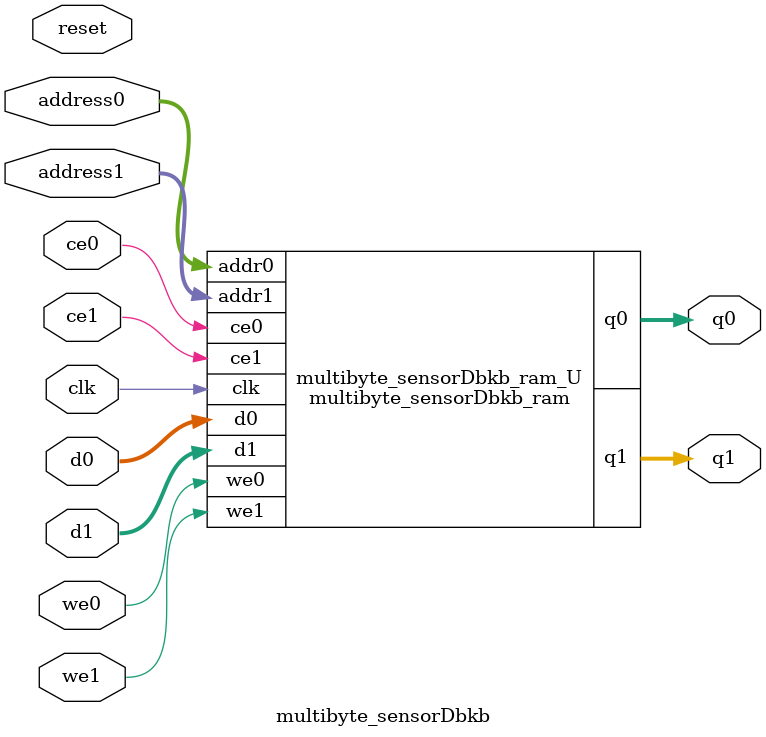
<source format=v>

`timescale 1 ns / 1 ps
module multibyte_sensorDbkb_ram (addr0, ce0, d0, we0, q0, addr1, ce1, d1, we1, q1,  clk);

parameter DWIDTH = 32;
parameter AWIDTH = 3;
parameter MEM_SIZE = 6;

input[AWIDTH-1:0] addr0;
input ce0;
input[DWIDTH-1:0] d0;
input we0;
output reg[DWIDTH-1:0] q0;
input[AWIDTH-1:0] addr1;
input ce1;
input[DWIDTH-1:0] d1;
input we1;
output reg[DWIDTH-1:0] q1;
input clk;

(* ram_style = "block" *)reg [DWIDTH-1:0] ram[0:MEM_SIZE-1];




always @(posedge clk)  
begin 
    if (ce0) 
    begin
        if (we0) 
        begin 
            ram[addr0] <= d0; 
            q0 <= d0;
        end 
        else 
            q0 <= ram[addr0];
    end
end


always @(posedge clk)  
begin 
    if (ce1) 
    begin
        if (we1) 
        begin 
            ram[addr1] <= d1; 
            q1 <= d1;
        end 
        else 
            q1 <= ram[addr1];
    end
end


endmodule


`timescale 1 ns / 1 ps
module multibyte_sensorDbkb(
    reset,
    clk,
    address0,
    ce0,
    we0,
    d0,
    q0,
    address1,
    ce1,
    we1,
    d1,
    q1);

parameter DataWidth = 32'd32;
parameter AddressRange = 32'd6;
parameter AddressWidth = 32'd3;
input reset;
input clk;
input[AddressWidth - 1:0] address0;
input ce0;
input we0;
input[DataWidth - 1:0] d0;
output[DataWidth - 1:0] q0;
input[AddressWidth - 1:0] address1;
input ce1;
input we1;
input[DataWidth - 1:0] d1;
output[DataWidth - 1:0] q1;



multibyte_sensorDbkb_ram multibyte_sensorDbkb_ram_U(
    .clk( clk ),
    .addr0( address0 ),
    .ce0( ce0 ),
    .d0( d0 ),
    .we0( we0 ),
    .q0( q0 ),
    .addr1( address1 ),
    .ce1( ce1 ),
    .d1( d1 ),
    .we1( we1 ),
    .q1( q1 ));

endmodule


</source>
